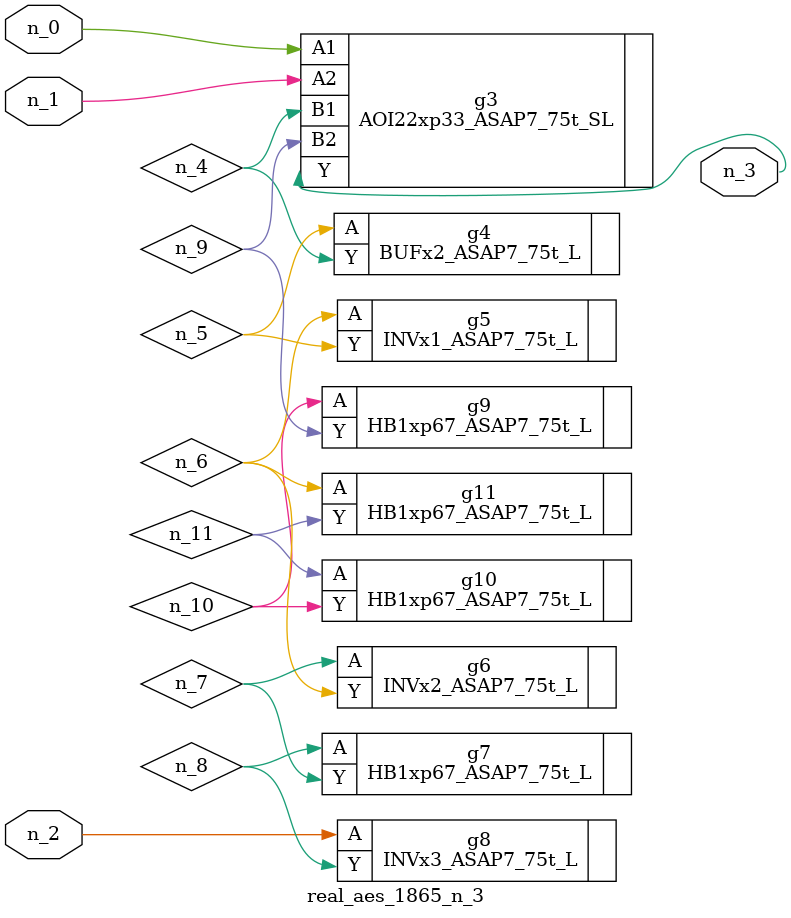
<source format=v>
module real_aes_1865_n_3 (n_0, n_2, n_1, n_3);
input n_0;
input n_2;
input n_1;
output n_3;
wire n_4;
wire n_5;
wire n_7;
wire n_9;
wire n_6;
wire n_8;
wire n_10;
wire n_11;
AOI22xp33_ASAP7_75t_SL g3 ( .A1(n_0), .A2(n_1), .B1(n_4), .B2(n_9), .Y(n_3) );
INVx3_ASAP7_75t_L g8 ( .A(n_2), .Y(n_8) );
BUFx2_ASAP7_75t_L g4 ( .A(n_5), .Y(n_4) );
INVx1_ASAP7_75t_L g5 ( .A(n_6), .Y(n_5) );
HB1xp67_ASAP7_75t_L g11 ( .A(n_6), .Y(n_11) );
INVx2_ASAP7_75t_L g6 ( .A(n_7), .Y(n_6) );
HB1xp67_ASAP7_75t_L g7 ( .A(n_8), .Y(n_7) );
HB1xp67_ASAP7_75t_L g9 ( .A(n_10), .Y(n_9) );
HB1xp67_ASAP7_75t_L g10 ( .A(n_11), .Y(n_10) );
endmodule
</source>
